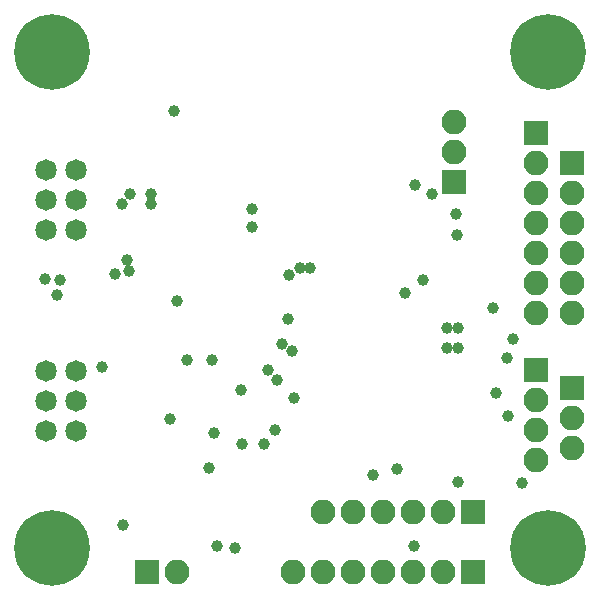
<source format=gbr>
G04 #@! TF.FileFunction,Soldermask,Bot*
%FSLAX46Y46*%
G04 Gerber Fmt 4.6, Leading zero omitted, Abs format (unit mm)*
G04 Created by KiCad (PCBNEW 4.0.2+dfsg1-stable) date Sa 30 Sep 2017 16:39:42 CEST*
%MOMM*%
G01*
G04 APERTURE LIST*
%ADD10C,0.100000*%
%ADD11C,6.400000*%
%ADD12R,2.100000X2.100000*%
%ADD13O,2.100000X2.100000*%
%ADD14C,1.822400*%
%ADD15C,1.000000*%
G04 APERTURE END LIST*
D10*
D11*
X104000000Y-54000000D03*
X146000000Y-54000000D03*
X146000000Y-96000000D03*
X104000000Y-96000000D03*
D12*
X138000000Y-65000000D03*
D13*
X138000000Y-62460000D03*
X138000000Y-59920000D03*
D12*
X148000000Y-82460000D03*
D13*
X148000000Y-85000000D03*
X148000000Y-87540000D03*
D12*
X145000000Y-80920000D03*
D13*
X145000000Y-83460000D03*
X145000000Y-86000000D03*
X145000000Y-88540000D03*
D12*
X148000000Y-63380000D03*
D13*
X148000000Y-65920000D03*
X148000000Y-68460000D03*
X148000000Y-71000000D03*
X148000000Y-73540000D03*
X148000000Y-76080000D03*
D12*
X145000000Y-60840000D03*
D13*
X145000000Y-63380000D03*
X145000000Y-65920000D03*
X145000000Y-68460000D03*
X145000000Y-71000000D03*
X145000000Y-73540000D03*
X145000000Y-76080000D03*
D12*
X139620000Y-93000000D03*
D13*
X137080000Y-93000000D03*
X134540000Y-93000000D03*
X132000000Y-93000000D03*
X129460000Y-93000000D03*
X126920000Y-93000000D03*
D12*
X139620000Y-98000000D03*
D13*
X137080000Y-98000000D03*
X134540000Y-98000000D03*
X132000000Y-98000000D03*
X129460000Y-98000000D03*
X126920000Y-98000000D03*
X124380000Y-98000000D03*
D12*
X112000000Y-98000000D03*
D13*
X114540000Y-98000000D03*
D14*
X106000000Y-69080000D03*
X103460000Y-69080000D03*
X106000000Y-66540000D03*
X103460000Y-66540000D03*
X106000000Y-64000000D03*
X103460000Y-64000000D03*
X106000000Y-86080000D03*
X103460000Y-86080000D03*
X106000000Y-83540000D03*
X103460000Y-83540000D03*
X106000000Y-81000000D03*
X103460000Y-81000000D03*
D15*
X118000000Y-95800000D03*
X117300000Y-89200000D03*
X135400000Y-73300000D03*
X133900000Y-74400000D03*
X114600000Y-75100000D03*
X119500000Y-96000000D03*
X110000000Y-94100000D03*
X114000000Y-85100000D03*
X114300000Y-59000000D03*
X141300000Y-75700000D03*
X141600000Y-82900000D03*
X124500000Y-83300000D03*
X120000000Y-82600000D03*
X104400000Y-74600000D03*
X115399980Y-80100000D03*
X117500000Y-80100000D03*
X137400000Y-77400000D03*
X137400000Y-79100000D03*
X103400000Y-73200000D03*
X110599969Y-66000000D03*
X112400020Y-66000000D03*
X142599991Y-84789771D03*
X138300000Y-69500000D03*
X138400000Y-77400000D03*
X138400000Y-79100000D03*
X138200000Y-67700000D03*
X134700000Y-65300000D03*
X136200000Y-66000000D03*
X134600000Y-95799980D03*
X104700000Y-73300000D03*
X112400020Y-66900000D03*
X109900000Y-66900000D03*
X142500000Y-79899980D03*
X110474272Y-72574285D03*
X124975722Y-72324278D03*
X143000000Y-78300000D03*
X143800031Y-90523055D03*
X138400000Y-90400000D03*
X108200000Y-80700000D03*
X109300000Y-72800000D03*
X110300000Y-71600000D03*
X125800000Y-72300000D03*
X131142872Y-89857128D03*
X133200000Y-89300000D03*
X120900000Y-68800000D03*
X120900000Y-67300000D03*
X123042872Y-81757128D03*
X122900020Y-86000000D03*
X124100000Y-72900020D03*
X124000000Y-76600000D03*
X117705083Y-86254765D03*
X124300000Y-79300000D03*
X122242872Y-80957128D03*
X120100000Y-87200000D03*
X121900000Y-87200000D03*
X123500000Y-78700000D03*
M02*

</source>
